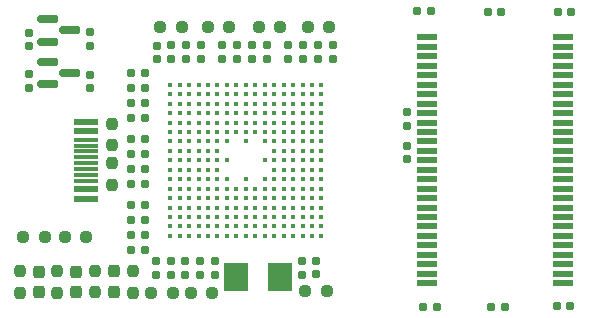
<source format=gtp>
G04 #@! TF.GenerationSoftware,KiCad,Pcbnew,(6.0.11-0)*
G04 #@! TF.CreationDate,2023-03-08T20:48:50+08:00*
G04 #@! TF.ProjectId,slimarm_classic_2410,736c696d-6172-46d5-9f63-6c6173736963,rev?*
G04 #@! TF.SameCoordinates,Original*
G04 #@! TF.FileFunction,Paste,Top*
G04 #@! TF.FilePolarity,Positive*
%FSLAX46Y46*%
G04 Gerber Fmt 4.6, Leading zero omitted, Abs format (unit mm)*
G04 Created by KiCad (PCBNEW (6.0.11-0)) date 2023-03-08 20:48:50*
%MOMM*%
%LPD*%
G01*
G04 APERTURE LIST*
G04 Aperture macros list*
%AMRoundRect*
0 Rectangle with rounded corners*
0 $1 Rounding radius*
0 $2 $3 $4 $5 $6 $7 $8 $9 X,Y pos of 4 corners*
0 Add a 4 corners polygon primitive as box body*
4,1,4,$2,$3,$4,$5,$6,$7,$8,$9,$2,$3,0*
0 Add four circle primitives for the rounded corners*
1,1,$1+$1,$2,$3*
1,1,$1+$1,$4,$5*
1,1,$1+$1,$6,$7*
1,1,$1+$1,$8,$9*
0 Add four rect primitives between the rounded corners*
20,1,$1+$1,$2,$3,$4,$5,0*
20,1,$1+$1,$4,$5,$6,$7,0*
20,1,$1+$1,$6,$7,$8,$9,0*
20,1,$1+$1,$8,$9,$2,$3,0*%
G04 Aperture macros list end*
%ADD10RoundRect,0.150000X-0.739000X-0.150000X0.739000X-0.150000X0.739000X0.150000X-0.739000X0.150000X0*%
%ADD11RoundRect,0.155000X-0.155000X0.212500X-0.155000X-0.212500X0.155000X-0.212500X0.155000X0.212500X0*%
%ADD12RoundRect,0.155000X0.155000X-0.212500X0.155000X0.212500X-0.155000X0.212500X-0.155000X-0.212500X0*%
%ADD13RoundRect,0.155000X-0.212500X-0.155000X0.212500X-0.155000X0.212500X0.155000X-0.212500X0.155000X0*%
%ADD14C,0.410000*%
%ADD15R,2.000000X0.600000*%
%ADD16R,2.000000X0.300000*%
%ADD17R,1.450000X0.600000*%
%ADD18RoundRect,0.237500X-0.237500X0.287500X-0.237500X-0.287500X0.237500X-0.287500X0.237500X0.287500X0*%
%ADD19RoundRect,0.237500X0.250000X0.237500X-0.250000X0.237500X-0.250000X-0.237500X0.250000X-0.237500X0*%
%ADD20RoundRect,0.237500X-0.250000X-0.237500X0.250000X-0.237500X0.250000X0.237500X-0.250000X0.237500X0*%
%ADD21RoundRect,0.237500X0.237500X-0.250000X0.237500X0.250000X-0.237500X0.250000X-0.237500X-0.250000X0*%
%ADD22R,1.693800X0.508000*%
%ADD23RoundRect,0.155000X0.212500X0.155000X-0.212500X0.155000X-0.212500X-0.155000X0.212500X-0.155000X0*%
%ADD24RoundRect,0.237500X-0.237500X0.250000X-0.237500X-0.250000X0.237500X-0.250000X0.237500X0.250000X0*%
%ADD25R,2.000000X2.400000*%
G04 APERTURE END LIST*
D10*
G04 #@! TO.C,U3*
X15482500Y-19152600D03*
X15482500Y-21052600D03*
X17357500Y-20102600D03*
G04 #@! TD*
D11*
G04 #@! TO.C,C45*
X13920000Y-16685100D03*
X13920000Y-17820100D03*
G04 #@! TD*
G04 #@! TO.C,C21*
X24720000Y-17785100D03*
X24720000Y-18920100D03*
G04 #@! TD*
G04 #@! TO.C,C40*
X30218000Y-17763100D03*
X30218000Y-18898100D03*
G04 #@! TD*
D12*
G04 #@! TO.C,C35*
X38150000Y-37167500D03*
X38150000Y-36032500D03*
G04 #@! TD*
D13*
G04 #@! TO.C,C43*
X22538500Y-31284600D03*
X23673500Y-31284600D03*
G04 #@! TD*
D14*
G04 #@! TO.C,IC1*
X38650000Y-21100000D03*
X38650000Y-21900000D03*
X38650000Y-22700000D03*
X38650000Y-23500000D03*
X38650000Y-24300000D03*
X38650000Y-25100000D03*
X38650000Y-25900000D03*
X38650000Y-26700000D03*
X38650000Y-27500000D03*
X38650000Y-28300000D03*
X38650000Y-29100000D03*
X38650000Y-29900000D03*
X38650000Y-30700000D03*
X38650000Y-31500000D03*
X38650000Y-32300000D03*
X38650000Y-33100000D03*
X38650000Y-33900000D03*
X37850000Y-21100000D03*
X37850000Y-21900000D03*
X37850000Y-22700000D03*
X37850000Y-23500000D03*
X37850000Y-24300000D03*
X37850000Y-25100000D03*
X37850000Y-25900000D03*
X37850000Y-26700000D03*
X37850000Y-27500000D03*
X37850000Y-28300000D03*
X37850000Y-29100000D03*
X37850000Y-29900000D03*
X37850000Y-30700000D03*
X37850000Y-31500000D03*
X37850000Y-32300000D03*
X37850000Y-33100000D03*
X37850000Y-33900000D03*
X37050000Y-21100000D03*
X37050000Y-21900000D03*
X37050000Y-22700000D03*
X37050000Y-23500000D03*
X37050000Y-24300000D03*
X37050000Y-25100000D03*
X37050000Y-25900000D03*
X37050000Y-26700000D03*
X37050000Y-27500000D03*
X37050000Y-28300000D03*
X37050000Y-29100000D03*
X37050000Y-29900000D03*
X37050000Y-30700000D03*
X37050000Y-31500000D03*
X37050000Y-32300000D03*
X37050000Y-33100000D03*
X37050000Y-33900000D03*
X36250000Y-21100000D03*
X36250000Y-21900000D03*
X36250000Y-22700000D03*
X36250000Y-23500000D03*
X36250000Y-24300000D03*
X36250000Y-25100000D03*
X36250000Y-25900000D03*
X36250000Y-26700000D03*
X36250000Y-27500000D03*
X36250000Y-28300000D03*
X36250000Y-29100000D03*
X36250000Y-29900000D03*
X36250000Y-30700000D03*
X36250000Y-31500000D03*
X36250000Y-32300000D03*
X36250000Y-33100000D03*
X36250000Y-33900000D03*
X35450000Y-21100000D03*
X35450000Y-21900000D03*
X35450000Y-22700000D03*
X35450000Y-23500000D03*
X35450000Y-24300000D03*
X35450000Y-25100000D03*
X35450000Y-25900000D03*
X35450000Y-26700000D03*
X35450000Y-27500000D03*
X35450000Y-28300000D03*
X35450000Y-29100000D03*
X35450000Y-29900000D03*
X35450000Y-30700000D03*
X35450000Y-31500000D03*
X35450000Y-32300000D03*
X35450000Y-33100000D03*
X35450000Y-33900000D03*
X34650000Y-21100000D03*
X34650000Y-21900000D03*
X34650000Y-22700000D03*
X34650000Y-23500000D03*
X34650000Y-24300000D03*
X34650000Y-25100000D03*
X34650000Y-25900000D03*
X34650000Y-26700000D03*
X34650000Y-27500000D03*
X34650000Y-28300000D03*
X34650000Y-29100000D03*
X34650000Y-29900000D03*
X34650000Y-30700000D03*
X34650000Y-31500000D03*
X34650000Y-32300000D03*
X34650000Y-33100000D03*
X34650000Y-33900000D03*
X33850000Y-21100000D03*
X33850000Y-21900000D03*
X33850000Y-22700000D03*
X33850000Y-23500000D03*
X33850000Y-24300000D03*
X33850000Y-25100000D03*
X33850000Y-25900000D03*
X33850000Y-27500000D03*
X33850000Y-29100000D03*
X33850000Y-29900000D03*
X33850000Y-30700000D03*
X33850000Y-31500000D03*
X33850000Y-32300000D03*
X33850000Y-33100000D03*
X33850000Y-33900000D03*
X33050000Y-21100000D03*
X33050000Y-21900000D03*
X33050000Y-22700000D03*
X33050000Y-23500000D03*
X33050000Y-24300000D03*
X33050000Y-25100000D03*
X33050000Y-29900000D03*
X33050000Y-30700000D03*
X33050000Y-31500000D03*
X33050000Y-32300000D03*
X33050000Y-33100000D03*
X33050000Y-33900000D03*
X32250000Y-21100000D03*
X32250000Y-21900000D03*
X32250000Y-22700000D03*
X32250000Y-23500000D03*
X32250000Y-24300000D03*
X32250000Y-25100000D03*
X32250000Y-25900000D03*
X32250000Y-29100000D03*
X32250000Y-29900000D03*
X32250000Y-30700000D03*
X32250000Y-31500000D03*
X32250000Y-32300000D03*
X32250000Y-33100000D03*
X32250000Y-33900000D03*
X31450000Y-21100000D03*
X31450000Y-21900000D03*
X31450000Y-22700000D03*
X31450000Y-23500000D03*
X31450000Y-24300000D03*
X31450000Y-25100000D03*
X31450000Y-29900000D03*
X31450000Y-30700000D03*
X31450000Y-31500000D03*
X31450000Y-32300000D03*
X31450000Y-33100000D03*
X31450000Y-33900000D03*
X30650000Y-21100000D03*
X30650000Y-21900000D03*
X30650000Y-22700000D03*
X30650000Y-23500000D03*
X30650000Y-24300000D03*
X30650000Y-25100000D03*
X30650000Y-25900000D03*
X30650000Y-27500000D03*
X30650000Y-29100000D03*
X30650000Y-29900000D03*
X30650000Y-30700000D03*
X30650000Y-31500000D03*
X30650000Y-32300000D03*
X30650000Y-33100000D03*
X30650000Y-33900000D03*
X29850000Y-21100000D03*
X29850000Y-21900000D03*
X29850000Y-22700000D03*
X29850000Y-23500000D03*
X29850000Y-24300000D03*
X29850000Y-25100000D03*
X29850000Y-25900000D03*
X29850000Y-26700000D03*
X29850000Y-27500000D03*
X29850000Y-28300000D03*
X29850000Y-29100000D03*
X29850000Y-29900000D03*
X29850000Y-30700000D03*
X29850000Y-31500000D03*
X29850000Y-32300000D03*
X29850000Y-33100000D03*
X29850000Y-33900000D03*
X29050000Y-21100000D03*
X29050000Y-21900000D03*
X29050000Y-22700000D03*
X29050000Y-23500000D03*
X29050000Y-24300000D03*
X29050000Y-25100000D03*
X29050000Y-25900000D03*
X29050000Y-26700000D03*
X29050000Y-27500000D03*
X29050000Y-28300000D03*
X29050000Y-29100000D03*
X29050000Y-29900000D03*
X29050000Y-30700000D03*
X29050000Y-31500000D03*
X29050000Y-32300000D03*
X29050000Y-33100000D03*
X29050000Y-33900000D03*
X28250000Y-21100000D03*
X28250000Y-21900000D03*
X28250000Y-22700000D03*
X28250000Y-23500000D03*
X28250000Y-24300000D03*
X28250000Y-25100000D03*
X28250000Y-25900000D03*
X28250000Y-26700000D03*
X28250000Y-27500000D03*
X28250000Y-28300000D03*
X28250000Y-29100000D03*
X28250000Y-29900000D03*
X28250000Y-30700000D03*
X28250000Y-31500000D03*
X28250000Y-32300000D03*
X28250000Y-33100000D03*
X28250000Y-33900000D03*
X27450000Y-21100000D03*
X27450000Y-21900000D03*
X27450000Y-22700000D03*
X27450000Y-23500000D03*
X27450000Y-24300000D03*
X27450000Y-25100000D03*
X27450000Y-25900000D03*
X27450000Y-26700000D03*
X27450000Y-27500000D03*
X27450000Y-28300000D03*
X27450000Y-29100000D03*
X27450000Y-29900000D03*
X27450000Y-30700000D03*
X27450000Y-31500000D03*
X27450000Y-32300000D03*
X27450000Y-33100000D03*
X27450000Y-33900000D03*
X26650000Y-21100000D03*
X26650000Y-21900000D03*
X26650000Y-22700000D03*
X26650000Y-23500000D03*
X26650000Y-24300000D03*
X26650000Y-25100000D03*
X26650000Y-25900000D03*
X26650000Y-26700000D03*
X26650000Y-27500000D03*
X26650000Y-28300000D03*
X26650000Y-29100000D03*
X26650000Y-29900000D03*
X26650000Y-30700000D03*
X26650000Y-31500000D03*
X26650000Y-32300000D03*
X26650000Y-33100000D03*
X26650000Y-33900000D03*
X25850000Y-21100000D03*
X25850000Y-21900000D03*
X25850000Y-22700000D03*
X25850000Y-23500000D03*
X25850000Y-24300000D03*
X25850000Y-25100000D03*
X25850000Y-25900000D03*
X25850000Y-26700000D03*
X25850000Y-27500000D03*
X25850000Y-28300000D03*
X25850000Y-29100000D03*
X25850000Y-29900000D03*
X25850000Y-30700000D03*
X25850000Y-31500000D03*
X25850000Y-32300000D03*
X25850000Y-33100000D03*
X25850000Y-33900000D03*
G04 #@! TD*
D15*
G04 #@! TO.C,J1*
X18707500Y-24252600D03*
X18707500Y-25052600D03*
D16*
X18707500Y-26252600D03*
X18707500Y-27252600D03*
X18707500Y-27752600D03*
X18707500Y-28752600D03*
D15*
X18707500Y-29952600D03*
X18707500Y-30752600D03*
X18707500Y-30752600D03*
D17*
X18707500Y-29952600D03*
D16*
X18707500Y-29252600D03*
X18707500Y-28252600D03*
X18707500Y-26752600D03*
X18707500Y-25752600D03*
D17*
X18707500Y-25052600D03*
X18807500Y-24252600D03*
G04 #@! TD*
D18*
G04 #@! TO.C,D2*
X21100000Y-36900000D03*
X21100000Y-38650000D03*
G04 #@! TD*
D11*
G04 #@! TO.C,C18*
X38346000Y-17763100D03*
X38346000Y-18898100D03*
G04 #@! TD*
G04 #@! TO.C,C28*
X28440000Y-17763100D03*
X28440000Y-18898100D03*
G04 #@! TD*
D13*
G04 #@! TO.C,C26*
X58682500Y-14950000D03*
X59817500Y-14950000D03*
G04 #@! TD*
D11*
G04 #@! TO.C,C30*
X27170000Y-17763100D03*
X27170000Y-18898100D03*
G04 #@! TD*
D12*
G04 #@! TO.C,C8*
X19043200Y-17808900D03*
X19043200Y-16673900D03*
G04 #@! TD*
D13*
G04 #@! TO.C,C25*
X52732500Y-14950000D03*
X53867500Y-14950000D03*
G04 #@! TD*
D19*
G04 #@! TO.C,R3*
X26062500Y-38700000D03*
X24237500Y-38700000D03*
G04 #@! TD*
D12*
G04 #@! TO.C,C15*
X45900000Y-24567500D03*
X45900000Y-23432500D03*
G04 #@! TD*
D13*
G04 #@! TO.C,C41*
X22538500Y-20108600D03*
X23673500Y-20108600D03*
G04 #@! TD*
D11*
G04 #@! TO.C,C24*
X39616000Y-17763100D03*
X39616000Y-18898100D03*
G04 #@! TD*
D19*
G04 #@! TO.C,R14*
X30832500Y-16252600D03*
X29007500Y-16252600D03*
G04 #@! TD*
D12*
G04 #@! TO.C,C12*
X36999998Y-37190832D03*
X36999998Y-36055832D03*
G04 #@! TD*
D19*
G04 #@! TO.C,R9*
X18732500Y-34002600D03*
X16907500Y-34002600D03*
G04 #@! TD*
D12*
G04 #@! TO.C,C7*
X19094000Y-21417600D03*
X19094000Y-20282600D03*
G04 #@! TD*
D13*
G04 #@! TO.C,C38*
X22538500Y-33824600D03*
X23673500Y-33824600D03*
G04 #@! TD*
D18*
G04 #@! TO.C,D3*
X14700000Y-36925000D03*
X14700000Y-38675000D03*
G04 #@! TD*
D11*
G04 #@! TO.C,C22*
X37076000Y-17763100D03*
X37076000Y-18898100D03*
G04 #@! TD*
D10*
G04 #@! TO.C,U2*
X15482500Y-15552600D03*
X15482500Y-17452600D03*
X17357500Y-16502600D03*
G04 #@! TD*
D11*
G04 #@! TO.C,C39*
X31488000Y-17763100D03*
X31488000Y-18898100D03*
G04 #@! TD*
D20*
G04 #@! TO.C,R8*
X13407500Y-34002600D03*
X15232500Y-34002600D03*
G04 #@! TD*
D19*
G04 #@! TO.C,R13*
X29412500Y-38700000D03*
X27587500Y-38700000D03*
G04 #@! TD*
D13*
G04 #@! TO.C,C3*
X46782500Y-14900000D03*
X47917500Y-14900000D03*
G04 #@! TD*
D21*
G04 #@! TO.C,R11*
X20894100Y-26212500D03*
X20894100Y-24387500D03*
G04 #@! TD*
D11*
G04 #@! TO.C,C32*
X45900000Y-26282500D03*
X45900000Y-27417500D03*
G04 #@! TD*
D22*
G04 #@! TO.C,U4*
X47609600Y-17098700D03*
X47609600Y-17898800D03*
X47609600Y-18698900D03*
X47609600Y-19499000D03*
X47609600Y-20299100D03*
X47609600Y-21099200D03*
X47609600Y-21899300D03*
X47609600Y-22699400D03*
X47609600Y-23499500D03*
X47609600Y-24299600D03*
X47609600Y-25099700D03*
X47609600Y-25899800D03*
X47609600Y-26699900D03*
X47609600Y-27500000D03*
X47609600Y-28300100D03*
X47609600Y-29100200D03*
X47609600Y-29900300D03*
X47609600Y-30700400D03*
X47609600Y-31500500D03*
X47609600Y-32300600D03*
X47609600Y-33100700D03*
X47609600Y-33900800D03*
X47609600Y-34700900D03*
X47609600Y-35501000D03*
X47609600Y-36301100D03*
X47609600Y-37101200D03*
X47609600Y-37901300D03*
X59090400Y-37901300D03*
X59090400Y-37101200D03*
X59090400Y-36301100D03*
X59090400Y-35501000D03*
X59090400Y-34700900D03*
X59090400Y-33900800D03*
X59090400Y-33100700D03*
X59090400Y-32300600D03*
X59090400Y-31500500D03*
X59090400Y-30700400D03*
X59090400Y-29900300D03*
X59090400Y-29100200D03*
X59090400Y-28300100D03*
X59090400Y-27500000D03*
X59090400Y-26699900D03*
X59090400Y-25899800D03*
X59090400Y-25099700D03*
X59090400Y-24299600D03*
X59090400Y-23499500D03*
X59090400Y-22699400D03*
X59090400Y-21899300D03*
X59090400Y-21099200D03*
X59090400Y-20299100D03*
X59090400Y-19499000D03*
X59090400Y-18698900D03*
X59090400Y-17898800D03*
X59090400Y-17098700D03*
G04 #@! TD*
D13*
G04 #@! TO.C,C37*
X22538500Y-32554600D03*
X23673500Y-32554600D03*
G04 #@! TD*
G04 #@! TO.C,C29*
X22538500Y-29506600D03*
X23673500Y-29506600D03*
G04 #@! TD*
D12*
G04 #@! TO.C,C42*
X24630000Y-37186100D03*
X24630000Y-36051100D03*
G04 #@! TD*
D23*
G04 #@! TO.C,C10*
X48397500Y-39890000D03*
X47262500Y-39890000D03*
G04 #@! TD*
D11*
G04 #@! TO.C,C46*
X34028000Y-17763100D03*
X34028000Y-18898100D03*
G04 #@! TD*
D20*
G04 #@! TO.C,R15*
X25015100Y-16252600D03*
X26840100Y-16252600D03*
G04 #@! TD*
D13*
G04 #@! TO.C,C31*
X22538500Y-28236600D03*
X23673500Y-28236600D03*
G04 #@! TD*
D11*
G04 #@! TO.C,C19*
X25900000Y-17763100D03*
X25900000Y-18898100D03*
G04 #@! TD*
G04 #@! TO.C,C2*
X27130000Y-36051100D03*
X27130000Y-37186100D03*
G04 #@! TD*
D13*
G04 #@! TO.C,C13*
X53032500Y-39900000D03*
X54167500Y-39900000D03*
G04 #@! TD*
D20*
G04 #@! TO.C,R2*
X37287500Y-38550000D03*
X39112500Y-38550000D03*
G04 #@! TD*
D13*
G04 #@! TO.C,C9*
X22538500Y-35094600D03*
X23673500Y-35094600D03*
G04 #@! TD*
G04 #@! TO.C,C33*
X22538500Y-22648600D03*
X23673500Y-22648600D03*
G04 #@! TD*
D18*
G04 #@! TO.C,D1*
X17900000Y-36925000D03*
X17900000Y-38675000D03*
G04 #@! TD*
D11*
G04 #@! TO.C,C14*
X13920000Y-20234300D03*
X13920000Y-21369300D03*
G04 #@! TD*
D24*
G04 #@! TO.C,R10*
X20900000Y-27739100D03*
X20900000Y-29564100D03*
G04 #@! TD*
D11*
G04 #@! TO.C,C47*
X32758000Y-17763100D03*
X32758000Y-18898100D03*
G04 #@! TD*
G04 #@! TO.C,C23*
X35806000Y-17763100D03*
X35806000Y-18898100D03*
G04 #@! TD*
G04 #@! TO.C,C1*
X28400000Y-36051100D03*
X28400000Y-37186100D03*
G04 #@! TD*
D25*
G04 #@! TO.C,Y1*
X31450000Y-37400000D03*
X35150000Y-37400000D03*
G04 #@! TD*
D13*
G04 #@! TO.C,C27*
X58600000Y-39800000D03*
X59735000Y-39800000D03*
G04 #@! TD*
D21*
G04 #@! TO.C,R1*
X22700000Y-38712500D03*
X22700000Y-36887500D03*
G04 #@! TD*
D12*
G04 #@! TO.C,C6*
X29633998Y-37190832D03*
X29633998Y-36055832D03*
G04 #@! TD*
D24*
G04 #@! TO.C,R5*
X19500000Y-36862500D03*
X19500000Y-38687500D03*
G04 #@! TD*
D13*
G04 #@! TO.C,C34*
X22538500Y-23918600D03*
X23673500Y-23918600D03*
G04 #@! TD*
D19*
G04 #@! TO.C,R17*
X39332500Y-16252600D03*
X37507500Y-16252600D03*
G04 #@! TD*
D24*
G04 #@! TO.C,R6*
X13100000Y-36887500D03*
X13100000Y-38712500D03*
G04 #@! TD*
D13*
G04 #@! TO.C,C20*
X22538500Y-26966600D03*
X23673500Y-26966600D03*
G04 #@! TD*
D12*
G04 #@! TO.C,C36*
X25900000Y-37186100D03*
X25900000Y-36051100D03*
G04 #@! TD*
D13*
G04 #@! TO.C,C4*
X22538500Y-25696600D03*
X23673500Y-25696600D03*
G04 #@! TD*
G04 #@! TO.C,C44*
X22538500Y-21378600D03*
X23673500Y-21378600D03*
G04 #@! TD*
D24*
G04 #@! TO.C,R4*
X16300000Y-36887500D03*
X16300000Y-38712500D03*
G04 #@! TD*
D19*
G04 #@! TO.C,R16*
X35170000Y-16252600D03*
X33345000Y-16252600D03*
G04 #@! TD*
M02*

</source>
